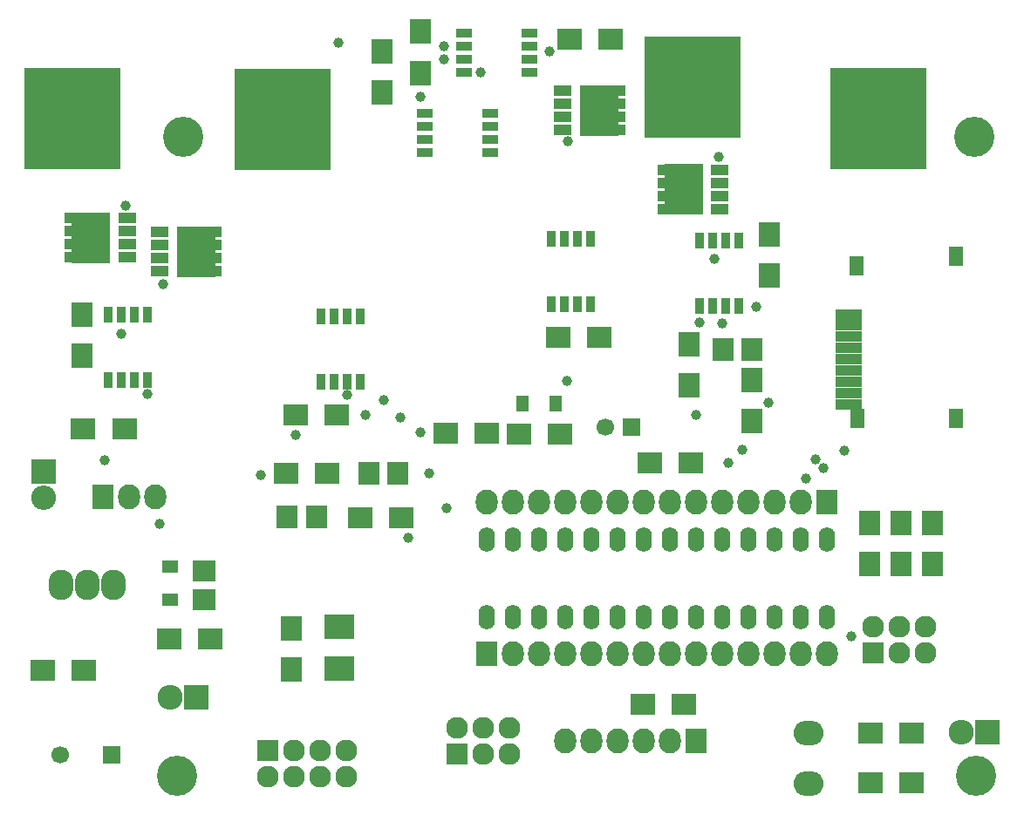
<source format=gbr>
G04 #@! TF.FileFunction,Soldermask,Top*
%FSLAX46Y46*%
G04 Gerber Fmt 4.6, Leading zero omitted, Abs format (unit mm)*
G04 Created by KiCad (PCBNEW 4.0.1-stable) date 11.07.2016 15:10:56*
%MOMM*%
G01*
G04 APERTURE LIST*
%ADD10C,0.100000*%
%ADD11O,1.600000X2.400000*%
%ADD12R,2.432000X2.432000*%
%ADD13O,2.432000X2.432000*%
%ADD14R,2.400000X2.100000*%
%ADD15R,0.908000X1.543000*%
%ADD16C,3.900000*%
%ADD17R,2.127200X2.127200*%
%ADD18O,2.127200X2.127200*%
%ADD19R,2.400000X2.000000*%
%ADD20R,2.000000X2.400000*%
%ADD21R,1.310000X1.620000*%
%ADD22R,2.127200X2.432000*%
%ADD23O,2.127200X2.432000*%
%ADD24O,2.432000X2.940000*%
%ADD25O,2.899360X2.398980*%
%ADD26R,2.900000X2.400000*%
%ADD27R,1.997660X2.200860*%
%ADD28R,2.200860X1.997660*%
%ADD29R,2.100000X2.400000*%
%ADD30O,2.398980X2.398980*%
%ADD31R,2.398980X2.398980*%
%ADD32R,1.700000X1.700000*%
%ADD33C,1.700000*%
%ADD34R,1.620000X1.310000*%
%ADD35R,1.543000X0.908000*%
%ADD36R,1.400000X1.900000*%
%ADD37R,2.600000X1.000000*%
%ADD38R,1.700000X1.100000*%
%ADD39R,3.800000X4.900000*%
%ADD40R,9.400000X9.900000*%
%ADD41C,1.000000*%
G04 APERTURE END LIST*
D10*
D11*
X105676700Y-96125500D03*
X105676700Y-103645500D03*
X108216700Y-96125500D03*
X108216700Y-103645500D03*
X110756700Y-96125500D03*
X110756700Y-103645500D03*
X113296700Y-96125500D03*
X113296700Y-103645500D03*
X115836700Y-96125500D03*
X115836700Y-103645500D03*
X118376700Y-96125500D03*
X118376700Y-103645500D03*
X120916700Y-96125500D03*
X120916700Y-103645500D03*
X123456700Y-96125500D03*
X123456700Y-103645500D03*
X125996700Y-96125500D03*
X125996700Y-103645500D03*
X128536700Y-96125500D03*
X128536700Y-103645500D03*
X131076700Y-96125500D03*
X131076700Y-103645500D03*
X133616700Y-96125500D03*
X133616700Y-103645500D03*
X136156700Y-96125500D03*
X136156700Y-103645500D03*
X138696700Y-96125500D03*
X138696700Y-103645500D03*
D12*
X77449680Y-111480600D03*
D13*
X74909680Y-111480600D03*
D14*
X108810040Y-85887560D03*
X112810040Y-85887560D03*
D15*
X93375480Y-80777080D03*
X92105480Y-80777080D03*
X90835480Y-80777080D03*
X89565480Y-80777080D03*
X89565480Y-74427080D03*
X90835480Y-74427080D03*
X92105480Y-74427080D03*
X93375480Y-74427080D03*
D16*
X153177240Y-119039640D03*
X75636880Y-119039640D03*
X76200000Y-57000000D03*
D17*
X143200000Y-107100000D03*
D18*
X143200000Y-104560000D03*
X145740000Y-107100000D03*
X145740000Y-104560000D03*
X148280000Y-107100000D03*
X148280000Y-104560000D03*
D15*
X126339600Y-67068700D03*
X127609600Y-67068700D03*
X128879600Y-67068700D03*
X130149600Y-67068700D03*
X130149600Y-73418700D03*
X128879600Y-73418700D03*
X127609600Y-73418700D03*
X126339600Y-73418700D03*
D19*
X62600000Y-108800000D03*
X66600000Y-108800000D03*
X116600000Y-76500000D03*
X112600000Y-76500000D03*
X91154000Y-84013040D03*
X87154000Y-84013040D03*
D20*
X95500000Y-52700000D03*
X95500000Y-48700000D03*
D19*
X142907000Y-119761000D03*
X146907000Y-119761000D03*
X142907000Y-114935000D03*
X146907000Y-114935000D03*
D21*
X109119160Y-82870040D03*
X112389160Y-82870040D03*
D15*
X68961000Y-74295000D03*
X70231000Y-74295000D03*
X71501000Y-74295000D03*
X72771000Y-74295000D03*
X72771000Y-80645000D03*
X71501000Y-80645000D03*
X70231000Y-80645000D03*
X68961000Y-80645000D03*
D17*
X84455000Y-116586000D03*
D18*
X84455000Y-119126000D03*
X86995000Y-116586000D03*
X86995000Y-119126000D03*
X89535000Y-116586000D03*
X89535000Y-119126000D03*
X92075000Y-116586000D03*
X92075000Y-119126000D03*
D22*
X125984000Y-115697000D03*
D23*
X123444000Y-115697000D03*
X120904000Y-115697000D03*
X118364000Y-115697000D03*
X115824000Y-115697000D03*
X113284000Y-115697000D03*
D15*
X115757960Y-73283320D03*
X114487960Y-73283320D03*
X113217960Y-73283320D03*
X111947960Y-73283320D03*
X111947960Y-66933320D03*
X113217960Y-66933320D03*
X114487960Y-66933320D03*
X115757960Y-66933320D03*
D14*
X101700000Y-85800000D03*
X105700000Y-85800000D03*
D24*
X66940000Y-100500000D03*
X69480000Y-100500000D03*
X64400000Y-100500000D03*
D25*
X136906000Y-119788940D03*
X136906000Y-114907060D03*
D19*
X120800000Y-112100000D03*
X124800000Y-112100000D03*
X125520200Y-88658700D03*
X121520200Y-88658700D03*
D26*
X91401900Y-108616500D03*
X91401900Y-104616500D03*
D27*
X128580140Y-77700000D03*
X131419860Y-77700000D03*
X86324440Y-93878400D03*
X89164160Y-93878400D03*
D28*
X78232000Y-99164140D03*
X78232000Y-102003860D03*
D29*
X131400000Y-84600000D03*
X131400000Y-80600000D03*
D14*
X97389700Y-93967300D03*
X93389700Y-93967300D03*
X74835000Y-105780840D03*
X78835000Y-105780840D03*
D29*
X142857220Y-98514540D03*
X142857220Y-94514540D03*
X145905220Y-98514540D03*
X145905220Y-94514540D03*
X148953220Y-98514540D03*
X148953220Y-94514540D03*
X86702900Y-108743500D03*
X86702900Y-104743500D03*
D22*
X105664000Y-107188000D03*
D23*
X108204000Y-107188000D03*
X110744000Y-107188000D03*
X113284000Y-107188000D03*
X115824000Y-107188000D03*
X118364000Y-107188000D03*
X120904000Y-107188000D03*
X123444000Y-107188000D03*
X125984000Y-107188000D03*
X128524000Y-107188000D03*
X131064000Y-107188000D03*
X133604000Y-107188000D03*
X136144000Y-107188000D03*
X138684000Y-107188000D03*
D22*
X138696700Y-92481400D03*
D23*
X136156700Y-92481400D03*
X133616700Y-92481400D03*
X131076700Y-92481400D03*
X128536700Y-92481400D03*
X125996700Y-92481400D03*
X123456700Y-92481400D03*
X120916700Y-92481400D03*
X118376700Y-92481400D03*
X115836700Y-92481400D03*
X113296700Y-92481400D03*
X110756700Y-92481400D03*
X108216700Y-92481400D03*
X105676700Y-92481400D03*
D20*
X133108700Y-66503800D03*
X133108700Y-70503800D03*
D30*
X62636400Y-92036900D03*
D31*
X62636400Y-89496900D03*
D32*
X119700000Y-85200000D03*
D33*
X117200000Y-85200000D03*
D34*
X74942700Y-98720400D03*
X74942700Y-101990400D03*
D12*
X154241500Y-114858800D03*
D13*
X151701500Y-114858800D03*
D22*
X68389500Y-91973400D03*
D23*
X70929500Y-91973400D03*
X73469500Y-91973400D03*
D20*
X125313440Y-77136240D03*
X125313440Y-81136240D03*
D19*
X70500000Y-85400000D03*
X66500000Y-85400000D03*
X117697000Y-47498000D03*
X113697000Y-47498000D03*
D20*
X99200000Y-46800000D03*
X99200000Y-50800000D03*
D35*
X109794040Y-46934120D03*
X109794040Y-48204120D03*
X109794040Y-49474120D03*
X109794040Y-50744120D03*
X103444040Y-50744120D03*
X103444040Y-49474120D03*
X103444040Y-48204120D03*
X103444040Y-46934120D03*
D20*
X66410840Y-78276200D03*
X66410840Y-74276200D03*
D27*
X97050860Y-89687400D03*
X94211140Y-89687400D03*
D14*
X86214200Y-89687400D03*
X90214200Y-89687400D03*
D17*
X102793800Y-116967000D03*
D18*
X102793800Y-114427000D03*
X105333800Y-116967000D03*
X105333800Y-114427000D03*
X107873800Y-116967000D03*
X107873800Y-114427000D03*
D36*
X141569400Y-69534400D03*
X151246800Y-68620000D03*
X151246800Y-84320000D03*
D37*
X140829300Y-74236500D03*
X140829300Y-83034500D03*
X140829300Y-81934500D03*
X140829300Y-80834500D03*
X140829300Y-79734500D03*
X140829300Y-78634500D03*
X140829300Y-77534500D03*
X140829300Y-76434500D03*
X140829300Y-75334500D03*
D36*
X141646800Y-84320000D03*
D16*
X153000000Y-57000000D03*
D38*
X118251280Y-52552600D03*
X113051280Y-52552600D03*
X118251280Y-53822600D03*
X113051280Y-53822600D03*
X118251280Y-55092600D03*
X113051280Y-55092600D03*
X118251280Y-56362600D03*
X113051280Y-56362600D03*
D39*
X116565680Y-54457600D03*
D38*
X123083800Y-64025400D03*
X128283800Y-64025400D03*
X123083800Y-62755400D03*
X128283800Y-62755400D03*
X123083800Y-61485400D03*
X128283800Y-61485400D03*
X123083800Y-60215400D03*
X128283800Y-60215400D03*
D39*
X124769400Y-62120400D03*
D38*
X65583800Y-68725400D03*
X70783800Y-68725400D03*
X65583800Y-67455400D03*
X70783800Y-67455400D03*
X65583800Y-66185400D03*
X70783800Y-66185400D03*
X65583800Y-64915400D03*
X70783800Y-64915400D03*
D39*
X67269400Y-66820400D03*
D38*
X79130200Y-66233040D03*
X73930200Y-66233040D03*
X79130200Y-67503040D03*
X73930200Y-67503040D03*
X79130200Y-68773040D03*
X73930200Y-68773040D03*
X79130200Y-70043040D03*
X73930200Y-70043040D03*
D39*
X77444600Y-68138040D03*
D32*
X69300000Y-117000000D03*
D33*
X64300000Y-117000000D03*
D40*
X143700000Y-55249800D03*
X85900000Y-55349800D03*
X65500000Y-55249800D03*
D35*
X99625000Y-58505000D03*
X99625000Y-57235000D03*
X99625000Y-55965000D03*
X99625000Y-54695000D03*
X105975000Y-54695000D03*
X105975000Y-55965000D03*
X105975000Y-57235000D03*
X105975000Y-58505000D03*
D40*
X125700000Y-52149800D03*
D41*
X68600000Y-88400000D03*
X101800000Y-93100000D03*
X140400000Y-87500000D03*
X130500000Y-87400000D03*
X141100000Y-105500000D03*
X128209040Y-58943240D03*
X127749300Y-68884800D03*
X126000000Y-84000000D03*
X133000000Y-82800000D03*
X131800000Y-73500000D03*
X113500000Y-80700000D03*
X105100000Y-50700000D03*
X72750000Y-82000000D03*
X87116920Y-85999320D03*
X98033840Y-95976440D03*
X83708240Y-89855040D03*
X99200000Y-53100000D03*
X95700000Y-82600000D03*
X97300000Y-84300000D03*
X99200000Y-85700000D03*
X73900000Y-94600000D03*
X137600000Y-88300000D03*
X129100000Y-88700000D03*
X91300000Y-47900000D03*
X70600000Y-63700000D03*
X74228960Y-71282560D03*
X70185280Y-76108560D03*
X138400000Y-89200000D03*
X136700000Y-90200000D03*
X93900000Y-84000000D03*
X92120720Y-82087720D03*
X101500000Y-49500000D03*
X101500000Y-48200000D03*
X100076000Y-89687400D03*
X128500000Y-75100000D03*
X126339600Y-75057000D03*
X113548160Y-57388760D03*
X111760000Y-48671480D03*
M02*

</source>
